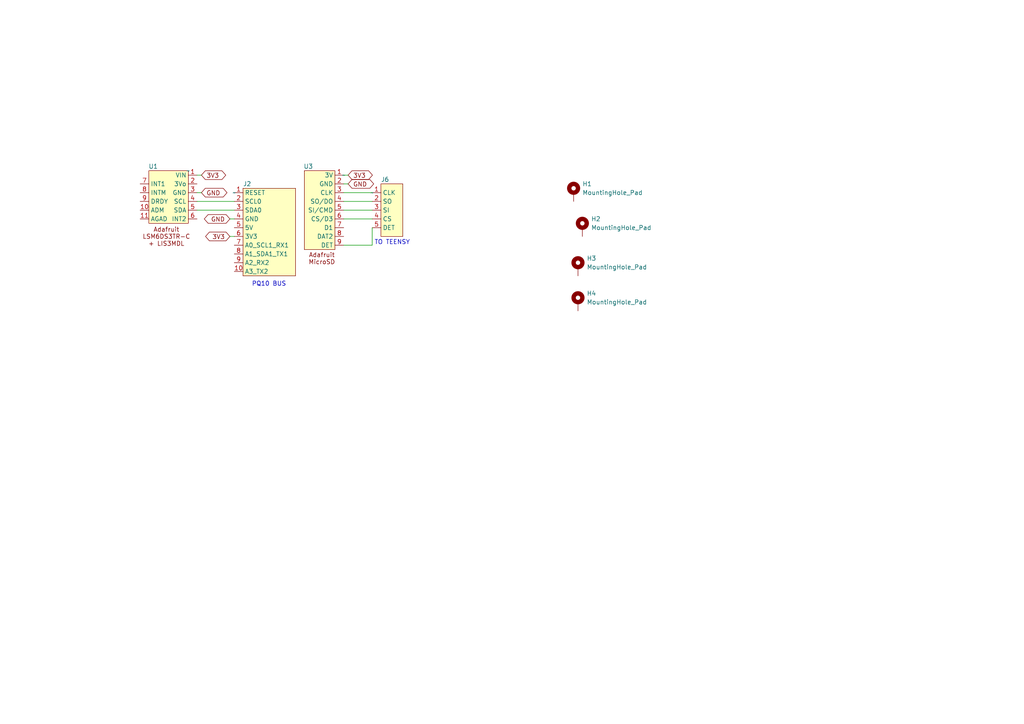
<source format=kicad_sch>
(kicad_sch (version 20230121) (generator eeschema)
  (paper "A4")
  (lib_symbols
    (symbol "Mechanical:MountingHole_Pad" (pin_numbers hide) (pin_names (offset 1.016) hide)
      (property "Reference" "H" (at 0 6.35 0))
      (property "Value" "MountingHole_Pad" (at 0 4.445 0))
      (symbol "MountingHole_Pad_0_1"
        (circle (center 0 1.27) (radius 1.27) (stroke (width 1.27)))
      )
      (symbol "MountingHole_Pad_1_1"
        (pin input line (at 0 -2.54 90) (length 2.54) (name "1") (number "1"))
      )
    )
    (symbol "thesis:1x04_Header"
      (property "Reference" "J6" (at 7.62 -7.62 0))
      (property "Value" "~" (at -2.54 -2.54 0))
      (symbol "1x04_Header_0_0"
        (pin passive line (at -2.54 -2.54 0) (length 2.54) (name "CLK") (number "1"))
        (pin passive line (at -2.54 -5.08 0) (length 2.54) (name "SO") (number "2"))
        (pin passive line (at -2.54 -7.62 0) (length 2.54) (name "SI") (number "3"))
        (pin passive line (at -2.54 -10.16 0) (length 2.54) (name "CS") (number "4"))
        (pin passive line (at -2.54 -12.7 0) (length 2.54) (name "DET") (number "5"))
      )
      (symbol "1x04_Header_1_1"
        (rectangle (start 0 0) (end 6.35 -15.24) (fill (type background)))
      )
    )
    (symbol "thesis:Adafruit_LSM6DS3TR-C_LIS3MDL"
      (property "Reference" "U1" (at 6.35 2.54 0))
      (property "Value" "~" (at 0 0 0))
      (symbol "Adafruit_LSM6DS3TR-C_LIS3MDL_0_0"
        (pin power_in line (at -2.54 -1.27 0) (length 2.54) (name "VIN") (number "1"))
        (pin bidirectional line (at 13.97 -11.43 180) (length 2.54) (name "ADM") (number "10"))
        (pin bidirectional line (at 13.97 -13.97 180) (length 2.54) (name "AGAD") (number "11"))
        (pin power_out line (at -2.54 -3.81 0) (length 2.54) (name "3Vo") (number "2"))
        (pin passive line (at -2.54 -6.35 0) (length 2.54) (name "GND") (number "3"))
        (pin bidirectional line (at -2.54 -8.89 0) (length 2.54) (name "SCL") (number "4"))
        (pin bidirectional line (at -2.54 -11.43 0) (length 2.54) (name "SDA") (number "5"))
        (pin bidirectional line (at -2.54 -13.97 0) (length 2.54) (name "INT2") (number "6"))
        (pin bidirectional line (at 13.97 -3.81 180) (length 2.54) (name "INT1") (number "7"))
        (pin bidirectional line (at 13.97 -6.35 180) (length 2.54) (name "INTM") (number "8"))
        (pin bidirectional line (at 13.97 -8.89 180) (length 2.54) (name "DRDY") (number "9"))
      )
      (symbol "Adafruit_LSM6DS3TR-C_LIS3MDL_1_1"
        (rectangle (start 0 0) (end 11.43 -15.24) (fill (type background)))
        (text "Adafruit\nLSM6DS3TR-C\n+ LIS3MDL" (at 6.35 -19.05 0) (effects (font (size 1.27 1.27))))
      )
    )
    (symbol "thesis:Adafruit_MicroSD_Breakout"
      (property "Reference" "U3" (at 2.54 2.54 0))
      (property "Value" "~" (at 0 0 0))
      (symbol "Adafruit_MicroSD_Breakout_0_0"
        (pin passive line (at 0 0 0) (length 2.54) (name "3V") (number "1"))
        (pin passive line (at 0 -2.54 0) (length 2.54) (name "GND") (number "2"))
        (pin passive line (at 0 -5.08 0) (length 2.54) (name "CLK") (number "3"))
        (pin passive line (at 0 -7.62 0) (length 2.54) (name "SO/DO") (number "4"))
        (pin passive line (at 0 -10.16 0) (length 2.54) (name "SI/CMD") (number "5"))
        (pin passive line (at 0 -12.7 0) (length 2.54) (name "CS/D3") (number "6"))
        (pin passive line (at 0 -15.24 0) (length 2.54) (name "D1") (number "7"))
        (pin passive line (at 0 -17.78 0) (length 2.54) (name "DAT2") (number "8"))
        (pin passive line (at 0 -20.32 0) (length 2.54) (name "DET") (number "9"))
      )
      (symbol "Adafruit_MicroSD_Breakout_1_1"
        (rectangle (start 2.54 1.27) (end 11.43 -21.59) (fill (type background)))
        (text "Adafruit\nMicroSD" (at 6.35 -24.13 0) (effects (font (size 1.27 1.27))))
      )
    )
    (symbol "thesis:PQ_Bus"
      (property "Reference" "J2" (at 0 1.27 0))
      (property "Value" "~" (at -2.54 -1.27 0))
      (symbol "PQ_Bus_1_0"
        (pin passive line (at -2.54 -1.27 0) (length 2.54) (name "RESET") (number "1"))
        (pin passive line (at -2.54 -24.13 0) (length 2.54) (name "A3_TX2") (number "10"))
        (pin passive line (at -2.54 -3.81 0) (length 2.54) (name "SCL0") (number "2"))
        (pin passive line (at -2.54 -6.35 0) (length 2.54) (name "SDA0") (number "3"))
        (pin passive line (at -2.54 -8.89 0) (length 2.54) (name "GND") (number "4"))
        (pin passive line (at -2.54 -11.43 0) (length 2.54) (name "5V") (number "5"))
        (pin passive line (at -2.54 -13.97 0) (length 2.54) (name "3V3") (number "6"))
        (pin passive line (at -2.54 -16.51 0) (length 2.54) (name "A0_SCL1_RX1") (number "7"))
        (pin passive line (at -2.54 -19.05 0) (length 2.54) (name "A1_SDA1_TX1") (number "8"))
        (pin passive line (at -2.54 -21.59 0) (length 2.54) (name "A2_RX2") (number "9"))
      )
      (symbol "PQ_Bus_1_1"
        (rectangle (start 0 0) (end 15.24 -25.4) (fill (type background)))
      )
    )
  )
  (wire (pts (xy 57.15 50.8) (xy 58.42 50.8)))
  (wire (pts (xy 57.15 58.42) (xy 67.945 58.42)))
  (wire (pts (xy 100.965 50.8) (xy 99.695 50.8)))
  (wire (pts (xy 66.675 68.58) (xy 67.945 68.58)))
  (wire (pts (xy 99.695 55.88) (xy 107.95 55.88)))
  (wire (pts (xy 100.965 53.34) (xy 99.695 53.34)))
  (wire (pts (xy 66.675 63.5) (xy 67.945 63.5)))
  (wire (pts (xy 99.695 58.42) (xy 107.95 58.42)))
  (wire (pts (xy 57.15 60.96) (xy 67.945 60.96)))
  (wire (pts (xy 99.695 60.96) (xy 107.95 60.96)))
  (wire (pts (xy 107.95 71.12) (xy 107.95 66.04)))
  (wire (pts (xy 57.15 55.88) (xy 58.42 55.88)))
  (wire (pts (xy 99.695 63.5) (xy 107.95 63.5)))
  (wire (pts (xy 99.695 71.12) (xy 107.95 71.12)))
  (text "PQ10 BUS" (at 73.025 83.185 0) (effects (font (size 1.27 1.27)) (justify left bottom)))
  (text "TO TEENSY\n" (at 108.585 71.12 0) (effects (font (size 1.27 1.27)) (justify left bottom)))
  (global_label "3V3" (shape bidirectional) (at 66.675 68.58 180) (property "Intersheetrefs" "${INTERSHEET_REFS}" (effects hide)))
  (global_label "3V3" (shape bidirectional) (at 58.42 50.8 0) (property "Intersheetrefs" "${INTERSHEET_REFS}" (effects hide)))
  (global_label "GND" (shape bidirectional) (at 66.675 63.5 180) (property "Intersheetrefs" "${INTERSHEET_REFS}" (effects hide)))
  (global_label "GND" (shape bidirectional) (at 100.965 53.34 0) (property "Intersheetrefs" "${INTERSHEET_REFS}" (effects hide)))
  (global_label "3V3" (shape bidirectional) (at 100.965 50.8 0) (property "Intersheetrefs" "${INTERSHEET_REFS}" (effects hide)))
  (global_label "GND" (shape bidirectional) (at 58.42 55.88 0) (property "Intersheetrefs" "${INTERSHEET_REFS}" (effects hide)))
  (symbol (lib_id "Mechanical:MountingHole_Pad") (at 167.64 87.63 0) (unit 1)
    (property "Reference" "H4" (at 170.18 85.09 0) (effects (justify left)))
    (property "Value" "MountingHole_Pad" (at 170.18 87.63 0) (effects (justify left)))
    (property "Footprint" "thesis:MountingHole_2.5mm_Pad" (effects hide))
  )
  (symbol (lib_id "thesis:Adafruit_MicroSD_Breakout") (at 99.695 50.8 0) (mirror y) (unit 1)
    (property "Reference" "U3" (at 90.805 48.26 0) (effects (justify left)))
    (property "Value" "~" (at 99.695 50.8 0))
    (property "Footprint" "thesis:Adafruit_MicroSD" (effects hide))
  )
  (symbol (lib_id "Mechanical:MountingHole_Pad") (at 168.91 66.04 0) (unit 1)
    (property "Reference" "H2" (at 171.45 63.5 0) (effects (justify left)))
    (property "Value" "MountingHole_Pad" (at 171.45 66.04 0) (effects (justify left)))
    (property "Footprint" "thesis:MountingHole_2.5mm_Pad" (effects hide))
  )
  (symbol (lib_id "Mechanical:MountingHole_Pad") (at 167.64 77.47 0) (unit 1)
    (property "Reference" "H3" (at 170.18 74.93 0) (effects (justify left)))
    (property "Value" "MountingHole_Pad" (at 170.18 77.47 0) (effects (justify left)))
    (property "Footprint" "thesis:MountingHole_2.5mm_Pad" (effects hide))
  )
  (symbol (lib_id "thesis:Adafruit_LSM6DS3TR-C_LIS3MDL") (at 54.61 49.53 0) (mirror y) (unit 1)
    (property "Reference" "U1" (at 44.45 48.26 0))
    (property "Value" "~" (at 54.61 49.53 0))
    (property "Footprint" "thesis:Adafruit_LSM6DS3TR-C_LIS3MDL" (effects hide))
  )
  (symbol (lib_id "thesis:PQ_Bus") (at 70.485 54.61 0) (unit 1)
    (property "Reference" "J2" (at 70.485 53.34 0) (effects (justify left)))
    (property "Value" "~" (at 67.945 55.88 0))
    (property "Footprint" "Connector_PinSocket_2.00mm:PinSocket_1x10_P2.00mm_Vertical" (effects hide))
  )
  (symbol (lib_id "Mechanical:MountingHole_Pad") (at 166.37 55.88 0) (unit 1)
    (property "Reference" "H1" (at 168.91 53.34 0) (effects (justify left)))
    (property "Value" "MountingHole_Pad" (at 168.91 55.88 0) (effects (justify left)))
    (property "Footprint" "thesis:MountingHole_2.5mm_Pad" (effects hide))
  )
  (symbol (lib_id "thesis:1x04_Header") (at 110.49 53.34 0) (unit 1)
    (property "Reference" "J6" (at 110.49 52.07 0) (effects (justify left)))
    (property "Value" "~" (at 107.95 55.88 0))
    (property "Footprint" "Connector_PinSocket_2.00mm:PinSocket_1x05_P2.00mm_Vertical" (effects hide))
  )
)
</source>
